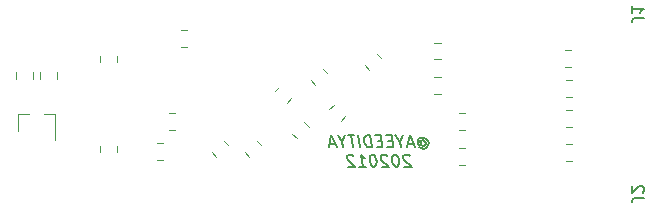
<source format=gbr>
G04 #@! TF.GenerationSoftware,KiCad,Pcbnew,(5.1.2-1)-1*
G04 #@! TF.CreationDate,2020-03-21T18:46:45+05:30*
G04 #@! TF.ProjectId,RedPill,52656450-696c-46c2-9e6b-696361645f70,rev?*
G04 #@! TF.SameCoordinates,Original*
G04 #@! TF.FileFunction,Legend,Bot*
G04 #@! TF.FilePolarity,Positive*
%FSLAX46Y46*%
G04 Gerber Fmt 4.6, Leading zero omitted, Abs format (unit mm)*
G04 Created by KiCad (PCBNEW (5.1.2-1)-1) date 2020-03-21 18:46:45*
%MOMM*%
%LPD*%
G04 APERTURE LIST*
%ADD10C,0.150000*%
%ADD11C,0.120000*%
G04 APERTURE END LIST*
D10*
X47458645Y-26059315D02*
X47500312Y-26011696D01*
X47589598Y-25964077D01*
X47684836Y-25964077D01*
X47786026Y-26011696D01*
X47839598Y-26059315D01*
X47899122Y-26154553D01*
X47911026Y-26249791D01*
X47875312Y-26345029D01*
X47833645Y-26392648D01*
X47744360Y-26440267D01*
X47649122Y-26440267D01*
X47547931Y-26392648D01*
X47494360Y-26345029D01*
X47446741Y-25964077D02*
X47494360Y-26345029D01*
X47452693Y-26392648D01*
X47405074Y-26392648D01*
X47303883Y-26345029D01*
X47244360Y-26249791D01*
X47214598Y-26011696D01*
X47291979Y-25868839D01*
X47422931Y-25773601D01*
X47607455Y-25725982D01*
X47803883Y-25773601D01*
X47958645Y-25868839D01*
X48071741Y-26011696D01*
X48143169Y-26202172D01*
X48119360Y-26392648D01*
X48041979Y-26535505D01*
X47911026Y-26630744D01*
X47726502Y-26678363D01*
X47530074Y-26630744D01*
X47375312Y-26535505D01*
X46863407Y-26249791D02*
X46387217Y-26249791D01*
X46994360Y-26535505D02*
X46536026Y-25535505D01*
X46327693Y-26535505D01*
X45744360Y-26059315D02*
X45803883Y-26535505D01*
X46012217Y-25535505D02*
X45744360Y-26059315D01*
X45345550Y-25535505D01*
X45071741Y-26011696D02*
X44738407Y-26011696D01*
X44661026Y-26535505D02*
X45137217Y-26535505D01*
X45012217Y-25535505D01*
X44536026Y-25535505D01*
X44166979Y-26011696D02*
X43833645Y-26011696D01*
X43756264Y-26535505D02*
X44232455Y-26535505D01*
X44107455Y-25535505D01*
X43631264Y-25535505D01*
X43327693Y-26535505D02*
X43202693Y-25535505D01*
X42964598Y-25535505D01*
X42827693Y-25583125D01*
X42744360Y-25678363D01*
X42708645Y-25773601D01*
X42684836Y-25964077D01*
X42702693Y-26106934D01*
X42774122Y-26297410D01*
X42833645Y-26392648D01*
X42940788Y-26487886D01*
X43089598Y-26535505D01*
X43327693Y-26535505D01*
X42327693Y-26535505D02*
X42202693Y-25535505D01*
X41869360Y-25535505D02*
X41297931Y-25535505D01*
X41708645Y-26535505D02*
X41583645Y-25535505D01*
X40839598Y-26059315D02*
X40899122Y-26535505D01*
X41107455Y-25535505D02*
X40839598Y-26059315D01*
X40440788Y-25535505D01*
X40244360Y-26249791D02*
X39768169Y-26249791D01*
X40375312Y-26535505D02*
X39916979Y-25535505D01*
X39708645Y-26535505D01*
X46547931Y-27280744D02*
X46494360Y-27233125D01*
X46393169Y-27185505D01*
X46155074Y-27185505D01*
X46065788Y-27233125D01*
X46024122Y-27280744D01*
X45988407Y-27375982D01*
X46000312Y-27471220D01*
X46065788Y-27614077D01*
X46708645Y-28185505D01*
X46089598Y-28185505D01*
X45345550Y-27185505D02*
X45250312Y-27185505D01*
X45161026Y-27233125D01*
X45119360Y-27280744D01*
X45083645Y-27375982D01*
X45059836Y-27566458D01*
X45089598Y-27804553D01*
X45161026Y-27995029D01*
X45220550Y-28090267D01*
X45274122Y-28137886D01*
X45375312Y-28185505D01*
X45470550Y-28185505D01*
X45559836Y-28137886D01*
X45601502Y-28090267D01*
X45637217Y-27995029D01*
X45661026Y-27804553D01*
X45631264Y-27566458D01*
X45559836Y-27375982D01*
X45500312Y-27280744D01*
X45446741Y-27233125D01*
X45345550Y-27185505D01*
X44643169Y-27280744D02*
X44589598Y-27233125D01*
X44488407Y-27185505D01*
X44250312Y-27185505D01*
X44161026Y-27233125D01*
X44119360Y-27280744D01*
X44083645Y-27375982D01*
X44095550Y-27471220D01*
X44161026Y-27614077D01*
X44803883Y-28185505D01*
X44184836Y-28185505D01*
X43440788Y-27185505D02*
X43345550Y-27185505D01*
X43256264Y-27233125D01*
X43214598Y-27280744D01*
X43178883Y-27375982D01*
X43155074Y-27566458D01*
X43184836Y-27804553D01*
X43256264Y-27995029D01*
X43315788Y-28090267D01*
X43369360Y-28137886D01*
X43470550Y-28185505D01*
X43565788Y-28185505D01*
X43655074Y-28137886D01*
X43696741Y-28090267D01*
X43732455Y-27995029D01*
X43756264Y-27804553D01*
X43726502Y-27566458D01*
X43655074Y-27375982D01*
X43595550Y-27280744D01*
X43541979Y-27233125D01*
X43440788Y-27185505D01*
X42280074Y-28185505D02*
X42851502Y-28185505D01*
X42565788Y-28185505D02*
X42440788Y-27185505D01*
X42553883Y-27328363D01*
X42661026Y-27423601D01*
X42762217Y-27471220D01*
X41786026Y-27280744D02*
X41732455Y-27233125D01*
X41631264Y-27185505D01*
X41393169Y-27185505D01*
X41303883Y-27233125D01*
X41262217Y-27280744D01*
X41226502Y-27375982D01*
X41238407Y-27471220D01*
X41303883Y-27614077D01*
X41946741Y-28185505D01*
X41327693Y-28185505D01*
D11*
X27170748Y-16655000D02*
X27693252Y-16655000D01*
X27170748Y-18075000D02*
X27693252Y-18075000D01*
X13385200Y-23732000D02*
X13385200Y-25192000D01*
X16545200Y-23732000D02*
X16545200Y-25892000D01*
X16545200Y-23732000D02*
X15615200Y-23732000D01*
X13385200Y-23732000D02*
X14315200Y-23732000D01*
X59746248Y-20880000D02*
X60268752Y-20880000D01*
X59746248Y-22300000D02*
X60268752Y-22300000D01*
X30162687Y-27356779D02*
X29793221Y-26987313D01*
X31166779Y-26352687D02*
X30797313Y-25983221D01*
X59746248Y-23420000D02*
X60268752Y-23420000D01*
X59746248Y-24840000D02*
X60268752Y-24840000D01*
X32956687Y-27356779D02*
X32587221Y-26987313D01*
X33960779Y-26352687D02*
X33591313Y-25983221D01*
X20372000Y-26940252D02*
X20372000Y-26417748D01*
X21792000Y-26940252D02*
X21792000Y-26417748D01*
X21792000Y-18779748D02*
X21792000Y-19302252D01*
X20372000Y-18779748D02*
X20372000Y-19302252D01*
X59713748Y-18290000D02*
X60236252Y-18290000D01*
X59713748Y-19710000D02*
X60236252Y-19710000D01*
X59763748Y-26290000D02*
X60286252Y-26290000D01*
X59763748Y-27710000D02*
X60286252Y-27710000D01*
X26163748Y-23655000D02*
X26686252Y-23655000D01*
X26163748Y-25075000D02*
X26686252Y-25075000D01*
X25652252Y-27634000D02*
X25129748Y-27634000D01*
X25652252Y-26214000D02*
X25129748Y-26214000D01*
X50738748Y-23640000D02*
X51261252Y-23640000D01*
X50738748Y-25060000D02*
X51261252Y-25060000D01*
X50738748Y-26640000D02*
X51261252Y-26640000D01*
X50738748Y-28060000D02*
X51261252Y-28060000D01*
X49161252Y-19110000D02*
X48638748Y-19110000D01*
X49161252Y-17690000D02*
X48638748Y-17690000D01*
X49161252Y-22010000D02*
X48638748Y-22010000D01*
X49161252Y-20590000D02*
X48638748Y-20590000D01*
X43116687Y-19990779D02*
X42747221Y-19621313D01*
X44120779Y-18986687D02*
X43751313Y-18617221D01*
X37618097Y-24422005D02*
X37987563Y-24791471D01*
X36614005Y-25426097D02*
X36983471Y-25795563D01*
X36500779Y-22415313D02*
X36131313Y-22784779D01*
X35496687Y-21411221D02*
X35127221Y-21780687D01*
X39736437Y-23304687D02*
X40105903Y-22935221D01*
X40740529Y-24308779D02*
X41109995Y-23939313D01*
X38544687Y-21260779D02*
X38175221Y-20891313D01*
X39548779Y-20256687D02*
X39179313Y-19887221D01*
X13255200Y-20728252D02*
X13255200Y-20205748D01*
X14675200Y-20728252D02*
X14675200Y-20205748D01*
X15255200Y-20728252D02*
X15255200Y-20205748D01*
X16675200Y-20728252D02*
X16675200Y-20205748D01*
D10*
X66377619Y-30813333D02*
X65663333Y-30813333D01*
X65520476Y-30860952D01*
X65425238Y-30956190D01*
X65377619Y-31099047D01*
X65377619Y-31194285D01*
X66282380Y-30384761D02*
X66330000Y-30337142D01*
X66377619Y-30241904D01*
X66377619Y-30003809D01*
X66330000Y-29908571D01*
X66282380Y-29860952D01*
X66187142Y-29813333D01*
X66091904Y-29813333D01*
X65949047Y-29860952D01*
X65377619Y-30432380D01*
X65377619Y-29813333D01*
X66377619Y-15573333D02*
X65663333Y-15573333D01*
X65520476Y-15620952D01*
X65425238Y-15716190D01*
X65377619Y-15859047D01*
X65377619Y-15954285D01*
X65377619Y-14573333D02*
X65377619Y-15144761D01*
X65377619Y-14859047D02*
X66377619Y-14859047D01*
X66234761Y-14954285D01*
X66139523Y-15049523D01*
X66091904Y-15144761D01*
M02*

</source>
